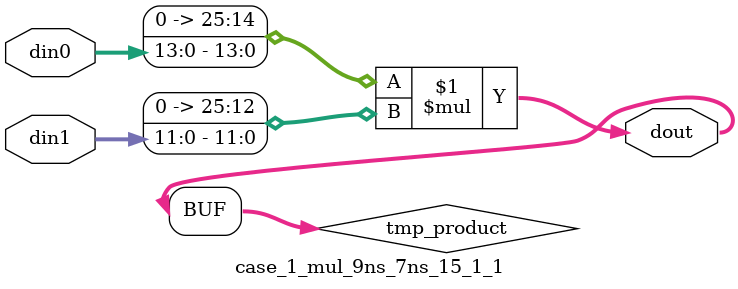
<source format=v>

`timescale 1 ns / 1 ps

 (* use_dsp = "no" *)  module case_1_mul_9ns_7ns_15_1_1(din0, din1, dout);
parameter ID = 1;
parameter NUM_STAGE = 0;
parameter din0_WIDTH = 14;
parameter din1_WIDTH = 12;
parameter dout_WIDTH = 26;

input [din0_WIDTH - 1 : 0] din0; 
input [din1_WIDTH - 1 : 0] din1; 
output [dout_WIDTH - 1 : 0] dout;

wire signed [dout_WIDTH - 1 : 0] tmp_product;
























assign tmp_product = $signed({1'b0, din0}) * $signed({1'b0, din1});











assign dout = tmp_product;





















endmodule

</source>
